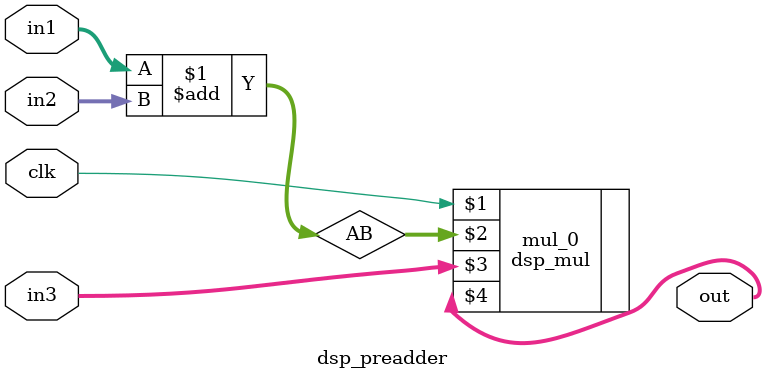
<source format=v>
`timescale 1ns / 1ps


module dsp_preadder #(
        parameter A_WIDTH = 17,
        parameter B_WIDTH = 17,
        parameter C_WIDTH = 18,
        parameter OUT_WIDTH = 36
    )(
        input                       clk,
        input       [A_WIDTH-1:0]   in1,
        input       [B_WIDTH-1:0]   in2,
        input       [C_WIDTH-1:0]   in3,
        output      [OUT_WIDTH-1:0] out
    );
    
    // Combinational sum (A + B)
    wire [B_WIDTH:0] AB = in1 + in2; // 16+16 --> 17 bits
    
    dsp_mul #(C_WIDTH, C_WIDTH, 2*C_WIDTH) mul_0 (clk, AB, in3, out);

    
endmodule

</source>
